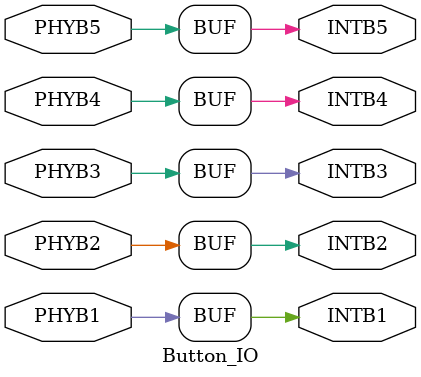
<source format=v>
`timescale 1ns / 1ps


module Button_IO(
    input PHYB1,
    input PHYB2,
    input PHYB3,
    input PHYB4,
    input PHYB5,
    output INTB1,
    output INTB2,
    output INTB3,
    output INTB4,
    output INTB5
    
   );
   assign INTB1 = PHYB1;
   assign INTB2 = PHYB2;
   assign INTB3 = PHYB3;
   assign INTB4 = PHYB4;
   assign INTB5 = PHYB5;
   
   
   
endmodule

</source>
